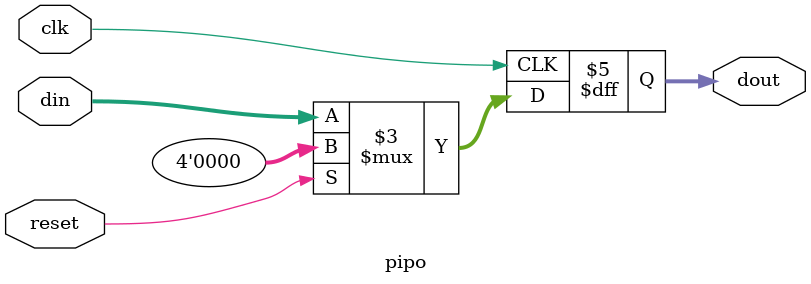
<source format=v>
`timescale 1ns / 1ps


module pipo( din ,clk ,reset ,dout );

output [3:0] dout ;
reg [3:0] dout ;

input [3:0] din ;
wire [3:0] din ;
input clk ;
wire clk ;
input reset ;
wire reset ;

always @ (posedge (clk)) begin
 if (reset)
  dout <= 0;
 else
  dout <= din;
end

endmodule


</source>
